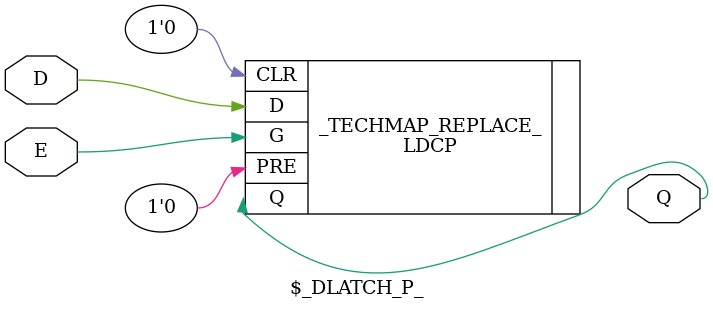
<source format=v>
module $_DLATCH_P_(input E, input D, output Q);
    LDCP _TECHMAP_REPLACE_ (
        .D(D),
        .G(E),
        .Q(Q),
        .PRE(1'b0),
        .CLR(1'b0)
        );
endmodule

</source>
